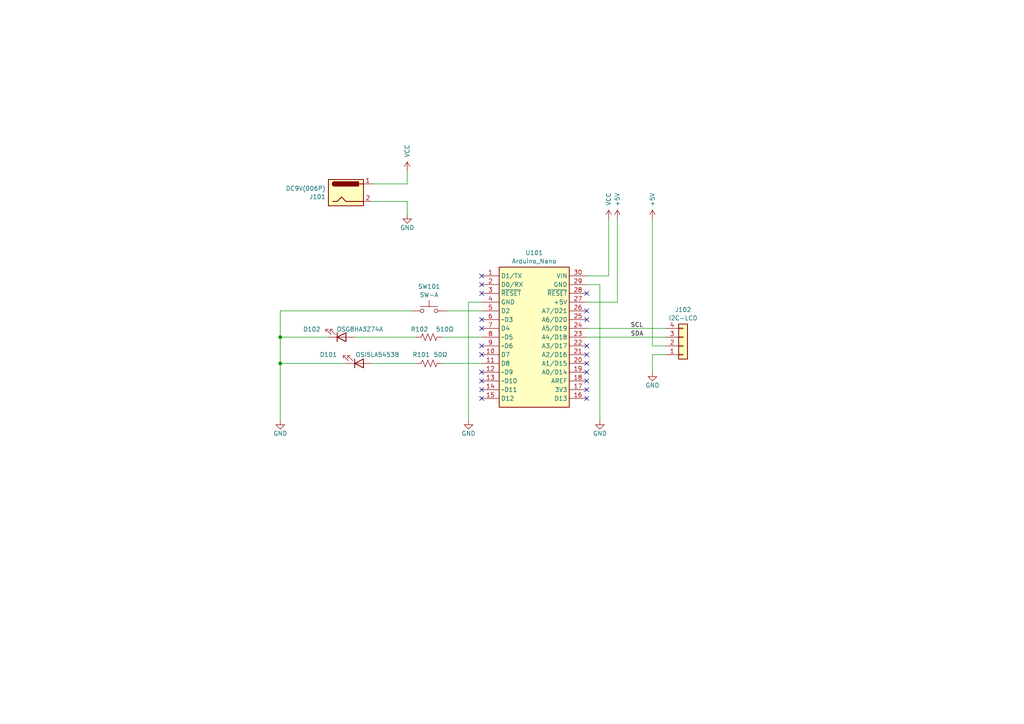
<source format=kicad_sch>
(kicad_sch (version 20250114) (generator "eeschema") (generator_version "9.0")
  (paper "A4")
  (title_block (title "Q961 IrTransmitter CPU Arduino NANO") (date "2024-09-23") (rev "Rev.0.01") (company "M2. Shinkai @ Kyushu Univ. AMPSD"))
  (lib_symbols
    (symbol "Connector:Jack-DC" (pin_names (offset 1.016))
      (property "Reference" "J" (at 0 5.334 0))
      (property "Value" "Jack-DC" (at 0 -5.08 0))
      (symbol "Jack-DC_0_1"
        (rectangle (start -5.08 3.81) (end 5.08 -3.81) (stroke (width 0.254)) (fill (type background)))
        (polyline (pts (xy -3.81 -2.54) (xy -2.54 -2.54) (xy -1.27 -1.27) (xy 0 -2.54) (xy 2.54 -2.54) (xy 5.08 -2.54)) (stroke (width 0.254)))
        (arc (start -3.302 1.905) (mid -3.9343 2.54) (end -3.302 3.175) (stroke (width 0.254)))
        (arc (start -3.302 1.905) (mid -3.9343 2.54) (end -3.302 3.175) (stroke (width 0.254)) (fill (type outline)))
        (rectangle (start 3.683 3.175) (end -3.302 1.905) (stroke (width 0.254)) (fill (type outline)))
        (polyline (pts (xy 5.08 2.54) (xy 3.81 2.54)) (stroke (width 0.254)))
      )
      (symbol "Jack-DC_1_1"
        (pin passive line (at 7.62 2.54 180) (length 2.54) (name "~") (number "1"))
        (pin passive line (at 7.62 -2.54 180) (length 2.54) (name "~") (number "2"))
      )
    )
    (symbol "Connector_Generic:Conn_01x04" (pin_names (offset 1.016) (hide yes))
      (property "Reference" "J" (at 0 5.08 0))
      (property "Value" "Conn_01x04" (at 0 -7.62 0))
      (symbol "Conn_01x04_1_1"
        (rectangle (start -1.27 3.81) (end 1.27 -6.35) (stroke (width 0.254)) (fill (type background)))
        (rectangle (start -1.27 2.667) (end 0 2.413) (stroke (width 0.1524)))
        (rectangle (start -1.27 0.127) (end 0 -0.127) (stroke (width 0.1524)))
        (rectangle (start -1.27 -2.413) (end 0 -2.667) (stroke (width 0.1524)))
        (rectangle (start -1.27 -4.953) (end 0 -5.207) (stroke (width 0.1524)))
        (pin passive line (at -5.08 2.54 0) (length 3.81) (name "Pin_1") (number "1"))
        (pin passive line (at -5.08 0 0) (length 3.81) (name "Pin_2") (number "2"))
        (pin passive line (at -5.08 -2.54 0) (length 3.81) (name "Pin_3") (number "3"))
        (pin passive line (at -5.08 -5.08 0) (length 3.81) (name "Pin_4") (number "4"))
      )
    )
    (symbol "Device:LED" (pin_numbers (hide yes)) (pin_names (offset 1.016) (hide yes))
      (property "Reference" "D" (at 0 2.54 0))
      (property "Value" "LED" (at 0 -2.54 0))
      (symbol "LED_0_1"
        (polyline (pts (xy -3.048 -0.762) (xy -4.572 -2.286) (xy -3.81 -2.286) (xy -4.572 -2.286) (xy -4.572 -1.524)))
        (polyline (pts (xy -1.778 -0.762) (xy -3.302 -2.286) (xy -2.54 -2.286) (xy -3.302 -2.286) (xy -3.302 -1.524)))
        (polyline (pts (xy -1.27 0) (xy 1.27 0)))
        (polyline (pts (xy -1.27 -1.27) (xy -1.27 1.27)) (stroke (width 0.254)))
        (polyline (pts (xy 1.27 -1.27) (xy 1.27 1.27) (xy -1.27 0) (xy 1.27 -1.27)) (stroke (width 0.254)))
      )
      (symbol "LED_1_1"
        (pin passive line (at -3.81 0 0) (length 2.54) (name "K") (number "1"))
        (pin passive line (at 3.81 0 180) (length 2.54) (name "A") (number "2"))
      )
    )
    (symbol "Device:R_US" (pin_numbers (hide yes)) (pin_names (offset 0))
      (property "Reference" "R" (at 2.54 0 90))
      (property "Value" "R_US" (at -2.54 0 90))
      (symbol "R_US_0_1"
        (polyline (pts (xy 0 2.286) (xy 0 2.54)))
        (polyline (pts (xy 0 2.286) (xy 1.016 1.905) (xy 0 1.524) (xy -1.016 1.143) (xy 0 0.762)))
        (polyline (pts (xy 0 0.762) (xy 1.016 0.381) (xy 0 0) (xy -1.016 -0.381) (xy 0 -0.762)))
        (polyline (pts (xy 0 -0.762) (xy 1.016 -1.143) (xy 0 -1.524) (xy -1.016 -1.905) (xy 0 -2.286)))
        (polyline (pts (xy 0 -2.286) (xy 0 -2.54)))
      )
      (symbol "R_US_1_1"
        (pin passive line (at 0 3.81 270) (length 1.27) (name "~") (number "1"))
        (pin passive line (at 0 -3.81 90) (length 1.27) (name "~") (number "2"))
      )
    )
    (symbol "Switch:SW_Push" (pin_numbers (hide yes)) (pin_names (offset 1.016) (hide yes))
      (property "Reference" "SW" (at 1.27 2.54 0))
      (property "Value" "SW_Push" (at 0 -1.524 0))
      (symbol "SW_Push_0_1"
        (circle (center -2.032 0) (radius 0.508))
        (polyline (pts (xy 0 1.27) (xy 0 3.048)))
        (circle (center 2.032 0) (radius 0.508))
        (polyline (pts (xy 2.54 1.27) (xy -2.54 1.27)))
        (pin passive line (at -5.08 0 0) (length 2.54) (name "1") (number "1"))
        (pin passive line (at 5.08 0 180) (length 2.54) (name "2") (number "2"))
      )
    )
    (symbol "arduino_nano:Arduino_Nano"
      (property "Reference" "U" (at -10.16 24.13 0))
      (property "Value" "Arduino_Nano" (at -10.16 22.86 0))
      (symbol "Arduino_Nano_0_1"
        (rectangle (start -10.16 20.32) (end 10.16 -20.32) (stroke (width 0.254)) (fill (type background)))
      )
      (symbol "Arduino_Nano_1_1"
        (pin bidirectional line (at -15.24 17.78 0) (length 5.08) (name "D1/TX") (number "1"))
        (pin bidirectional line (at -15.24 15.24 0) (length 5.08) (name "D0/RX") (number "2"))
        (pin input line (at -15.24 12.7 0) (length 5.08) (name "~{RESET}") (number "3"))
        (pin power_in line (at -15.24 10.16 0) (length 5.08) (name "GND") (number "4"))
        (pin bidirectional line (at -15.24 7.62 0) (length 5.08) (name "D2") (number "5"))
        (pin bidirectional line (at -15.24 5.08 0) (length 5.08) (name "~D3") (number "6"))
        (pin bidirectional line (at -15.24 2.54 0) (length 5.08) (name "D4") (number "7"))
        (pin bidirectional line (at -15.24 0 0) (length 5.08) (name "~D5") (number "8"))
        (pin bidirectional line (at -15.24 -2.54 0) (length 5.08) (name "~D6") (number "9"))
        (pin bidirectional line (at -15.24 -5.08 0) (length 5.08) (name "D7") (number "10"))
        (pin bidirectional line (at -15.24 -7.62 0) (length 5.08) (name "D8") (number "11"))
        (pin bidirectional line (at -15.24 -10.16 0) (length 5.08) (name "~D9") (number "12"))
        (pin bidirectional line (at -15.24 -12.7 0) (length 5.08) (name "~D10") (number "13"))
        (pin bidirectional line (at -15.24 -15.24 0) (length 5.08) (name "~D11") (number "14"))
        (pin bidirectional line (at -15.24 -17.78 0) (length 5.08) (name "D12") (number "15"))
        (pin power_in line (at 15.24 17.78 180) (length 5.08) (name "VIN") (number "30"))
        (pin power_in line (at 15.24 15.24 180) (length 5.08) (name "GND") (number "29"))
        (pin input line (at 15.24 12.7 180) (length 5.08) (name "~{RESET}") (number "28"))
        (pin power_out line (at 15.24 10.16 180) (length 5.08) (name "+5V") (number "27"))
        (pin bidirectional line (at 15.24 7.62 180) (length 5.08) (name "A7/D21") (number "26"))
        (pin bidirectional line (at 15.24 5.08 180) (length 5.08) (name "A6/D20") (number "25"))
        (pin bidirectional line (at 15.24 2.54 180) (length 5.08) (name "A5/D19") (number "24"))
        (pin bidirectional line (at 15.24 0 180) (length 5.08) (name "A4/D18") (number "23"))
        (pin bidirectional line (at 15.24 -2.54 180) (length 5.08) (name "A3/D17") (number "22"))
        (pin bidirectional line (at 15.24 -5.08 180) (length 5.08) (name "A2/D16") (number "21"))
        (pin bidirectional line (at 15.24 -7.62 180) (length 5.08) (name "A1/D15") (number "20"))
        (pin bidirectional line (at 15.24 -10.16 180) (length 5.08) (name "A0/D14") (number "19"))
        (pin input line (at 15.24 -12.7 180) (length 5.08) (name "AREF") (number "18"))
        (pin power_out line (at 15.24 -15.24 180) (length 5.08) (name "3V3") (number "17"))
        (pin bidirectional line (at 15.24 -17.78 180) (length 5.08) (name "D13") (number "16"))
      )
    )
    (symbol "power:+5V" (power) (pin_names (offset 0))
      (property "Value" "+5V" (at 0 3.556 0))
      (symbol "+5V_0_1"
        (polyline (pts (xy -0.762 1.27) (xy 0 2.54)))
        (polyline (pts (xy 0 2.54) (xy 0.762 1.27)))
        (polyline (pts (xy 0 0) (xy 0 2.54)))
      )
      (symbol "+5V_1_1"
        (pin power_in line (at 0 0 90) (length 0) (hide yes) (name "+5V") (number "1"))
      )
    )
    (symbol "power:GND" (power) (pin_names (offset 0))
      (property "Value" "GND" (at 0 -3.81 0))
      (symbol "GND_0_1"
        (polyline (pts (xy 0 0) (xy 0 -1.27) (xy 1.27 -1.27) (xy 0 -2.54) (xy -1.27 -1.27) (xy 0 -1.27)))
      )
      (symbol "GND_1_1"
        (pin power_in line (at 0 0 270) (length 0) (hide yes) (name "GND") (number "1"))
      )
    )
    (symbol "power:VCC" (power) (pin_names (offset 0))
      (property "Value" "VCC" (at 0 3.81 0))
      (symbol "VCC_0_1"
        (polyline (pts (xy -0.762 1.27) (xy 0 2.54)))
        (polyline (pts (xy 0 2.54) (xy 0.762 1.27)))
        (polyline (pts (xy 0 0) (xy 0 2.54)))
      )
      (symbol "VCC_1_1"
        (pin power_in line (at 0 0 90) (length 0) (hide yes) (name "VCC") (number "1"))
      )
    )
  )
  (junction (at 81.28 97.79))
  (junction (at 81.28 105.41))
  (no_connect (at 170.18 85.09))
  (no_connect (at 139.7 92.71))
  (no_connect (at 139.7 107.95))
  (no_connect (at 139.7 85.09))
  (no_connect (at 170.18 102.87))
  (no_connect (at 170.18 110.49))
  (no_connect (at 139.7 110.49))
  (no_connect (at 170.18 115.57))
  (no_connect (at 170.18 113.03))
  (no_connect (at 170.18 92.71))
  (no_connect (at 139.7 113.03))
  (no_connect (at 139.7 100.33))
  (no_connect (at 170.18 105.41))
  (no_connect (at 139.7 115.57))
  (no_connect (at 170.18 107.95))
  (no_connect (at 170.18 100.33))
  (no_connect (at 139.7 102.87))
  (no_connect (at 139.7 80.01))
  (no_connect (at 170.18 90.17))
  (no_connect (at 139.7 82.55))
  (no_connect (at 139.7 95.25))
  (wire (pts (xy 95.25 97.79) (xy 81.28 97.79)))
  (wire (pts (xy 81.28 105.41) (xy 100.33 105.41)))
  (wire (pts (xy 102.87 97.79) (xy 120.65 97.79)))
  (wire (pts (xy 119.38 90.17) (xy 81.28 90.17)))
  (wire (pts (xy 189.23 100.33) (xy 193.04 100.33)))
  (wire (pts (xy 193.04 102.87) (xy 189.23 102.87)))
  (wire (pts (xy 118.11 53.34) (xy 118.11 49.53)))
  (wire (pts (xy 170.18 97.79) (xy 193.04 97.79)))
  (wire (pts (xy 179.07 87.63) (xy 170.18 87.63)))
  (wire (pts (xy 107.95 58.42) (xy 118.11 58.42)))
  (wire (pts (xy 179.07 63.5) (xy 179.07 87.63)))
  (wire (pts (xy 128.27 97.79) (xy 139.7 97.79)))
  (wire (pts (xy 81.28 90.17) (xy 81.28 97.79)))
  (wire (pts (xy 118.11 58.42) (xy 118.11 62.23)))
  (wire (pts (xy 176.53 80.01) (xy 170.18 80.01)))
  (wire (pts (xy 81.28 97.79) (xy 81.28 105.41)))
  (wire (pts (xy 173.99 82.55) (xy 173.99 121.92)))
  (wire (pts (xy 189.23 63.5) (xy 189.23 100.33)))
  (wire (pts (xy 128.27 105.41) (xy 139.7 105.41)))
  (wire (pts (xy 107.95 105.41) (xy 120.65 105.41)))
  (wire (pts (xy 129.54 90.17) (xy 139.7 90.17)))
  (wire (pts (xy 170.18 82.55) (xy 173.99 82.55)))
  (wire (pts (xy 135.89 87.63) (xy 135.89 121.92)))
  (wire (pts (xy 170.18 95.25) (xy 193.04 95.25)))
  (wire (pts (xy 139.7 87.63) (xy 135.89 87.63)))
  (wire (pts (xy 107.95 53.34) (xy 118.11 53.34)))
  (wire (pts (xy 176.53 63.5) (xy 176.53 80.01)))
  (wire (pts (xy 189.23 102.87) (xy 189.23 107.95)))
  (wire (pts (xy 81.28 105.41) (xy 81.28 121.92)))
  (label "SDA" (at 182.88 97.79 0))
  (label "SCL" (at 182.88 95.25 0))
  (symbol (lib_id "power:GND") (at 189.23 107.95 0) (unit 1)
    (property "Reference" "#PWR0110" (effects (hide yes)))
    (property "Value" "GND" (at 189.23 111.76 0))
  )
  (symbol (lib_id "power:VCC") (at 118.11 49.53 0) (unit 1)
    (property "Reference" "#PWR0107" (effects (hide yes)))
    (property "Value" "VCC" (at 118.11 45.72 90) (effects (justify left)))
  )
  (symbol (lib_id "power:GND") (at 173.99 121.92 0) (unit 1)
    (property "Reference" "#PWR0102" (effects (hide yes)))
    (property "Value" "GND" (at 173.99 125.73 0))
  )
  (symbol (lib_id "power:GND") (at 81.28 121.92 0) (unit 1)
    (property "Reference" "#PWR0106" (effects (hide yes)))
    (property "Value" "GND" (at 81.28 125.73 0))
  )
  (symbol (lib_id "Device:LED") (at 99.06 97.79 0) (mirror x) (unit 1)
    (property "Reference" "D102" (at 90.424 95.504 0))
    (property "Value" "OSG8HA3Z74A" (at 104.394 95.504 0))
    (property "Footprint" "LED_THT:LED_D3.0mm" (effects (hide yes)))
    (property "Datasheet" "https://akizukidenshi.com/catalog/g/g111637/" (effects (hide yes)))
    (property "Description" "Light emitting diode" (effects (hide yes)))
  )
  (symbol (lib_id "arduino_nano:Arduino_Nano") (at 154.94 97.79 0) (unit 1)
    (property "Reference" "U101" (at 154.94 73.3255 0))
    (property "Value" "Arduino_Nano" (at 154.94 75.7498 0))
    (property "Footprint" "Module:Arduino_Nano" (effects (hide yes)))
    (property "Datasheet" "https://store.arduino.cc/usa/arduino-nano" (effects (hide yes)))
    (property "Description" "Arduino Nano" (effects (hide yes)))
  )
  (symbol (lib_id "Connector_Generic:Conn_01x04") (at 198.12 100.33 0) (mirror x) (unit 1)
    (property "Reference" "J102" (at 198.12 89.8355 0))
    (property "Value" "I2C-LCD" (at 198.12 92.2598 0))
    (property "Footprint" "Connector_JST:JST_XH_B4B-XH-A_1x04_P2.50mm_Vertical" (effects (hide yes)))
    (property "Description" "Generic connector, single row, 01x04, script generated (kicad-library-utils/schlib/autogen/connector/)" (effects (hide yes)))
  )
  (symbol (lib_id "Device:LED") (at 104.14 105.41 0) (mirror x) (unit 1)
    (property "Reference" "D101" (at 95.25 102.87 0))
    (property "Value" "OSI5LA5453B" (at 109.474 102.87 0))
    (property "Footprint" "LED_THT:LED_D5.0mm" (effects (hide yes)))
    (property "Datasheet" "https://akizukidenshi.com/catalog/g/g110982/" (effects (hide yes)))
    (property "Description" "Light emitting diode" (effects (hide yes)))
  )
  (symbol (lib_id "Connector:Jack-DC") (at 100.33 55.88 0) (unit 1)
    (property "Reference" "J101" (at 94.488 57.0922 0) (effects (justify right)))
    (property "Value" "DC9V(006P)" (at 94.488 54.6679 0) (effects (justify right)))
    (property "Footprint" "Connector_BarrelJack:BarrelJack_Horizontal" (effects (hide yes)))
    (property "Description" "DC Barrel Jack" (effects (hide yes)))
  )
  (symbol (lib_id "power:+5V") (at 179.07 63.5 0) (unit 1)
    (property "Reference" "#PWR0103" (effects (hide yes)))
    (property "Value" "+5V" (at 179.07 59.944 90) (effects (justify left)))
  )
  (symbol (lib_id "power:VCC") (at 176.53 63.5 0) (unit 1)
    (property "Reference" "#PWR0101" (effects (hide yes)))
    (property "Value" "VCC" (at 176.53 59.69 90) (effects (justify left)))
  )
  (symbol (lib_id "power:GND") (at 118.11 62.23 0) (unit 1)
    (property "Reference" "#PWR0108" (effects (hide yes)))
    (property "Value" "GND" (at 118.11 66.04 0))
  )
  (symbol (lib_id "Switch:SW_Push") (at 124.46 90.17 0) (unit 1)
    (property "Reference" "SW101" (at 124.46 83.1045 0))
    (property "Value" "SW-A" (at 124.46 85.5288 0))
    (property "Footprint" "HOLLY2:TVDT18-050" (effects (hide yes)))
    (property "Datasheet" "https://akizukidenshi.com/catalog/g/g108079" (effects (hide yes)))
    (property "Description" "Push button switch, generic, two pins" (effects (hide yes)))
  )
  (symbol (lib_id "Device:R_US") (at 124.46 105.41 90) (unit 1)
    (property "Reference" "R101" (at 122.174 102.87 90))
    (property "Value" "50Ω" (at 127.762 102.87 90))
    (property "Footprint" "Resistor_THT:R_Axial_DIN0204_L3.6mm_D1.6mm_P7.62mm_Horizontal" (effects (hide yes)))
    (property "Description" "Resistor, US symbol" (effects (hide yes)))
  )
  (symbol (lib_id "power:GND") (at 135.89 121.92 0) (unit 1)
    (property "Reference" "#PWR0105" (effects (hide yes)))
    (property "Value" "GND" (at 135.89 125.73 0))
  )
  (symbol (lib_id "power:+5V") (at 189.23 63.5 0) (unit 1)
    (property "Reference" "#PWR0109" (effects (hide yes)))
    (property "Value" "+5V" (at 189.23 59.944 90) (effects (justify left)))
  )
  (symbol (lib_id "Device:R_US") (at 124.46 97.79 90) (unit 1)
    (property "Reference" "R102" (at 121.666 95.504 90))
    (property "Value" "510Ω" (at 129.032 95.504 90))
    (property "Footprint" "Resistor_THT:R_Axial_DIN0204_L3.6mm_D1.6mm_P7.62mm_Horizontal" (effects (hide yes)))
    (property "Description" "Resistor, US symbol" (effects (hide yes)))
  )
)
</source>
